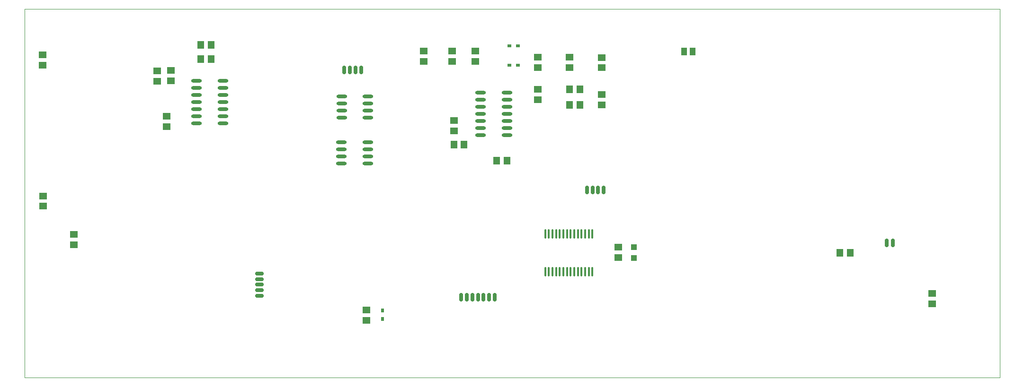
<source format=gtp>
%FSLAX25Y25*%
%MOIN*%
G70*
G01*
G75*
G04 Layer_Color=8421504*
G04:AMPARAMS|DCode=10|XSize=23.62mil|YSize=61.02mil|CornerRadius=5.91mil|HoleSize=0mil|Usage=FLASHONLY|Rotation=0.000|XOffset=0mil|YOffset=0mil|HoleType=Round|Shape=RoundedRectangle|*
%AMROUNDEDRECTD10*
21,1,0.02362,0.04921,0,0,0.0*
21,1,0.01181,0.06102,0,0,0.0*
1,1,0.01181,0.00591,-0.02461*
1,1,0.01181,-0.00591,-0.02461*
1,1,0.01181,-0.00591,0.02461*
1,1,0.01181,0.00591,0.02461*
%
%ADD10ROUNDEDRECTD10*%
%ADD11O,0.07480X0.02362*%
%ADD12O,0.01378X0.07087*%
G04:AMPARAMS|DCode=13|XSize=23.62mil|YSize=61.02mil|CornerRadius=5.91mil|HoleSize=0mil|Usage=FLASHONLY|Rotation=270.000|XOffset=0mil|YOffset=0mil|HoleType=Round|Shape=RoundedRectangle|*
%AMROUNDEDRECTD13*
21,1,0.02362,0.04921,0,0,270.0*
21,1,0.01181,0.06102,0,0,270.0*
1,1,0.01181,-0.02461,-0.00591*
1,1,0.01181,-0.02461,0.00591*
1,1,0.01181,0.02461,0.00591*
1,1,0.01181,0.02461,-0.00591*
%
%ADD13ROUNDEDRECTD13*%
%ADD14R,0.03937X0.05315*%
%ADD15R,0.04134X0.04331*%
%ADD16R,0.03150X0.01969*%
%ADD17R,0.01969X0.03150*%
%ADD18R,0.04724X0.05315*%
%ADD19R,0.05315X0.04724*%
%ADD20R,0.05709X0.04528*%
%ADD21R,0.04528X0.05709*%
%ADD22C,0.01969*%
%ADD23C,0.01500*%
%ADD24C,0.02000*%
%ADD25C,0.01300*%
%ADD26C,0.04000*%
%ADD27C,0.05000*%
%ADD28C,0.03000*%
%ADD29C,0.06500*%
%ADD30C,0.06000*%
%ADD31R,0.03500X0.07500*%
%ADD32R,0.04724X0.07087*%
%ADD33R,0.07500X0.03500*%
%ADD34R,0.05600X0.07700*%
%ADD35C,0.00100*%
%ADD36C,0.11417*%
%ADD37C,0.15354*%
%ADD38C,0.11024*%
%ADD39C,0.05906*%
%ADD40R,0.05906X0.05906*%
%ADD41C,0.06000*%
%ADD42R,0.05906X0.05906*%
%ADD43P,0.05966X8X112.5*%
%ADD44C,0.05512*%
%ADD45C,0.11811*%
%ADD46C,0.10236*%
%ADD47C,0.05000*%
%ADD48C,0.02284*%
%ADD49C,0.15700*%
%ADD50C,0.04000*%
%ADD51C,0.02000*%
%ADD52C,0.06200*%
%ADD53R,0.06693X0.12598*%
%ADD54R,0.09449X0.06496*%
%ADD55O,0.01102X0.03347*%
%ADD56R,0.03543X0.02559*%
%ADD57R,0.06102X0.05512*%
%ADD58R,0.04331X0.04134*%
%ADD59R,0.03937X0.02362*%
%ADD60C,0.04500*%
%ADD61C,0.01000*%
%ADD62C,0.02500*%
%ADD63C,0.07000*%
%ADD64C,0.03500*%
%ADD65C,0.05500*%
%ADD66R,0.07087X0.04724*%
%ADD67R,0.02756X0.01102*%
%ADD68C,0.01575*%
%ADD69C,0.02362*%
%ADD70C,0.03937*%
%ADD71C,0.00787*%
%ADD72C,0.00800*%
D10*
X-99117Y34400D02*
D03*
X-103033D02*
D03*
X-106950D02*
D03*
X-110867D02*
D03*
X-114783D02*
D03*
X-118700D02*
D03*
X-95200D02*
D03*
X181000Y72542D02*
D03*
X185200D02*
D03*
X-18389Y109917D02*
D03*
X-22323D02*
D03*
X-26256D02*
D03*
X-30189D02*
D03*
X-201000Y194500D02*
D03*
X-197067D02*
D03*
X-193133D02*
D03*
X-189200D02*
D03*
D11*
X-202921Y175800D02*
D03*
Y170800D02*
D03*
Y165800D02*
D03*
Y160800D02*
D03*
X-184416Y175800D02*
D03*
Y170800D02*
D03*
Y165800D02*
D03*
Y160800D02*
D03*
X-286579Y156900D02*
D03*
Y161900D02*
D03*
Y166900D02*
D03*
Y171900D02*
D03*
Y176900D02*
D03*
Y181900D02*
D03*
Y186900D02*
D03*
X-305083Y156900D02*
D03*
Y161900D02*
D03*
Y166900D02*
D03*
Y171900D02*
D03*
Y176900D02*
D03*
Y181900D02*
D03*
Y186900D02*
D03*
X-105121Y178690D02*
D03*
Y173690D02*
D03*
Y168690D02*
D03*
Y163690D02*
D03*
Y158690D02*
D03*
Y153690D02*
D03*
Y148690D02*
D03*
X-86616Y178690D02*
D03*
Y173690D02*
D03*
Y168690D02*
D03*
Y163690D02*
D03*
Y158690D02*
D03*
Y153690D02*
D03*
Y148690D02*
D03*
X-203052Y143600D02*
D03*
Y138600D02*
D03*
Y133600D02*
D03*
Y128600D02*
D03*
X-184548Y143600D02*
D03*
Y138600D02*
D03*
Y133600D02*
D03*
Y128600D02*
D03*
D12*
X-26366Y78886D02*
D03*
X-28925D02*
D03*
X-31484D02*
D03*
X-34043D02*
D03*
X-36602D02*
D03*
X-39161D02*
D03*
X-41721D02*
D03*
X-44280D02*
D03*
X-46839D02*
D03*
X-49398D02*
D03*
X-51957D02*
D03*
X-54516D02*
D03*
X-57075D02*
D03*
X-59634D02*
D03*
X-26366Y52114D02*
D03*
X-28925D02*
D03*
X-31484D02*
D03*
X-34043D02*
D03*
X-36602D02*
D03*
X-39161D02*
D03*
X-41721D02*
D03*
X-44280D02*
D03*
X-46839D02*
D03*
X-49398D02*
D03*
X-51957D02*
D03*
X-54516D02*
D03*
X-57075D02*
D03*
X-59634D02*
D03*
D13*
X-260700Y47100D02*
D03*
Y43200D02*
D03*
Y39300D02*
D03*
Y35400D02*
D03*
Y51000D02*
D03*
D14*
X38049Y207659D02*
D03*
X44151D02*
D03*
D15*
X2832Y69737D02*
D03*
Y61863D02*
D03*
D16*
X-78900Y197790D02*
D03*
X-84900D02*
D03*
X-78900Y211690D02*
D03*
X-84900D02*
D03*
D17*
X-174100Y18900D02*
D03*
Y24900D02*
D03*
D18*
X147858Y65542D02*
D03*
X155142D02*
D03*
X-301973Y202368D02*
D03*
X-294690D02*
D03*
X-301973Y212171D02*
D03*
X-294690D02*
D03*
X-93842Y130700D02*
D03*
X-86558D02*
D03*
X-42410Y169942D02*
D03*
X-35127D02*
D03*
D19*
X212900Y36984D02*
D03*
Y29701D02*
D03*
X-332800Y186605D02*
D03*
Y193888D02*
D03*
X-145000Y200548D02*
D03*
Y207832D02*
D03*
X-19700Y169858D02*
D03*
Y177142D02*
D03*
X-42398Y196358D02*
D03*
Y203642D02*
D03*
X-64900Y180942D02*
D03*
Y173658D02*
D03*
Y196358D02*
D03*
Y203642D02*
D03*
X-185500Y25142D02*
D03*
Y17858D02*
D03*
X-413500Y198058D02*
D03*
Y205342D02*
D03*
X-413300Y105742D02*
D03*
Y98458D02*
D03*
X-391500Y71358D02*
D03*
Y78642D02*
D03*
D20*
X-323131Y194142D02*
D03*
Y186858D02*
D03*
X-326000Y154658D02*
D03*
Y161942D02*
D03*
X-108800Y200548D02*
D03*
Y207832D02*
D03*
X-125300Y200548D02*
D03*
Y207832D02*
D03*
X-123800Y158842D02*
D03*
Y151558D02*
D03*
X-19700Y196158D02*
D03*
Y203442D02*
D03*
X-8168Y69573D02*
D03*
Y62289D02*
D03*
D21*
X-123963Y141800D02*
D03*
X-116680D02*
D03*
X-42410Y180800D02*
D03*
X-35127D02*
D03*
D35*
X260400Y-22500D02*
Y237500D01*
X-426250Y-22500D02*
X260400D01*
X-426250D02*
Y237500D01*
X260400D01*
M02*

</source>
